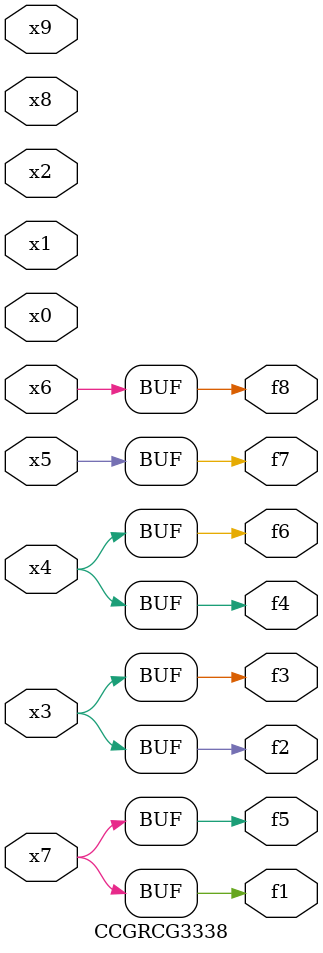
<source format=v>
module CCGRCG3338(
	input x0, x1, x2, x3, x4, x5, x6, x7, x8, x9,
	output f1, f2, f3, f4, f5, f6, f7, f8
);
	assign f1 = x7;
	assign f2 = x3;
	assign f3 = x3;
	assign f4 = x4;
	assign f5 = x7;
	assign f6 = x4;
	assign f7 = x5;
	assign f8 = x6;
endmodule

</source>
